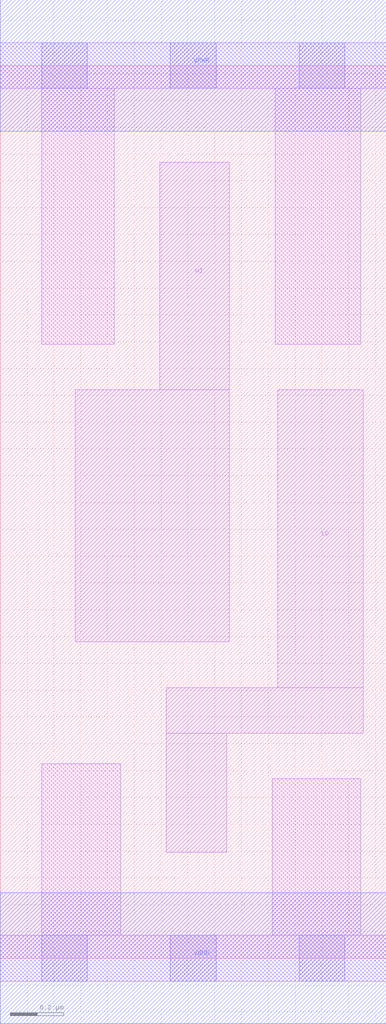
<source format=lef>
# Copyright 2020 The SkyWater PDK Authors
#
# Licensed under the Apache License, Version 2.0 (the "License");
# you may not use this file except in compliance with the License.
# You may obtain a copy of the License at
#
#     https://www.apache.org/licenses/LICENSE-2.0
#
# Unless required by applicable law or agreed to in writing, software
# distributed under the License is distributed on an "AS IS" BASIS,
# WITHOUT WARRANTIES OR CONDITIONS OF ANY KIND, either express or implied.
# See the License for the specific language governing permissions and
# limitations under the License.
#
# SPDX-License-Identifier: Apache-2.0

VERSION 5.7 ;
  NAMESCASESENSITIVE ON ;
  NOWIREEXTENSIONATPIN ON ;
  DIVIDERCHAR "/" ;
  BUSBITCHARS "[]" ;
UNITS
  DATABASE MICRONS 200 ;
END UNITS
MACRO sky130_fd_sc_lp__conb_1
  CLASS CORE TIEHIGH ;
  FOREIGN sky130_fd_sc_lp__conb_1 ;
  ORIGIN  0.000000  0.000000 ;
  SIZE  1.440000 BY  3.330000 ;
  SYMMETRY X Y R90 ;
  SITE unit ;
  PIN HI
    ANTENNADIFFAREA  0.179200 ;
    ANTENNAGATEAREA  0.159000 ;
    DIRECTION OUTPUT ;
    USE SIGNAL ;
    PORT
      LAYER li1 ;
        RECT 0.280000 1.180000 0.855000 2.120000 ;
        RECT 0.595000 2.120000 0.855000 2.970000 ;
    END
  END HI
  PIN LO
    ANTENNADIFFAREA  0.117600 ;
    ANTENNAGATEAREA  0.159000 ;
    DIRECTION OUTPUT ;
    USE SIGNAL ;
    PORT
      LAYER li1 ;
        RECT 0.620000 0.395000 0.845000 0.840000 ;
        RECT 0.620000 0.840000 1.355000 1.010000 ;
        RECT 1.035000 1.010000 1.355000 2.120000 ;
    END
  END LO
  PIN VGND
    DIRECTION INOUT ;
    USE GROUND ;
    PORT
      LAYER met1 ;
        RECT 0.000000 -0.245000 1.440000 0.245000 ;
    END
  END VGND
  PIN VPWR
    DIRECTION INOUT ;
    USE POWER ;
    PORT
      LAYER met1 ;
        RECT 0.000000 3.085000 1.440000 3.575000 ;
    END
  END VPWR
  OBS
    LAYER li1 ;
      RECT 0.000000 -0.085000 1.440000 0.085000 ;
      RECT 0.000000  3.245000 1.440000 3.415000 ;
      RECT 0.155000  0.085000 0.450000 0.725000 ;
      RECT 0.155000  2.290000 0.425000 3.245000 ;
      RECT 1.015000  0.085000 1.345000 0.670000 ;
      RECT 1.025000  2.290000 1.345000 3.245000 ;
    LAYER mcon ;
      RECT 0.155000 -0.085000 0.325000 0.085000 ;
      RECT 0.155000  3.245000 0.325000 3.415000 ;
      RECT 0.635000 -0.085000 0.805000 0.085000 ;
      RECT 0.635000  3.245000 0.805000 3.415000 ;
      RECT 1.115000 -0.085000 1.285000 0.085000 ;
      RECT 1.115000  3.245000 1.285000 3.415000 ;
  END
END sky130_fd_sc_lp__conb_1
END LIBRARY

</source>
